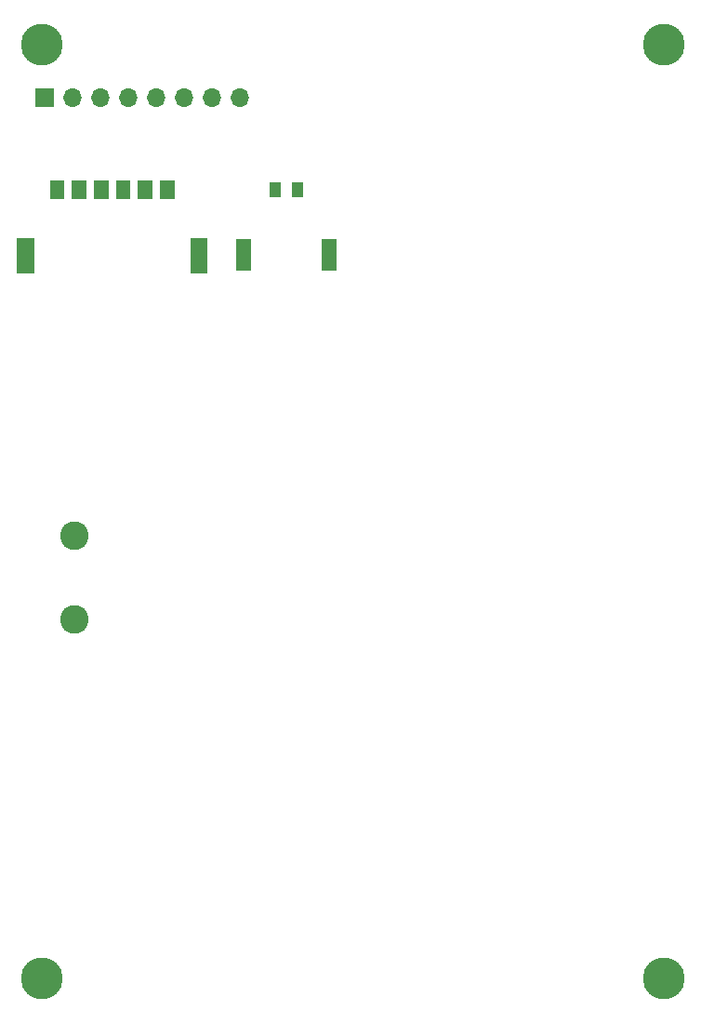
<source format=gbs>
G04 #@! TF.GenerationSoftware,KiCad,Pcbnew,(6.0.5)*
G04 #@! TF.CreationDate,2023-05-08T02:29:22-07:00*
G04 #@! TF.ProjectId,Coil_Panels_Z,436f696c-5f50-4616-9e65-6c735f5a2e6b,rev?*
G04 #@! TF.SameCoordinates,Original*
G04 #@! TF.FileFunction,Soldermask,Bot*
G04 #@! TF.FilePolarity,Negative*
%FSLAX46Y46*%
G04 Gerber Fmt 4.6, Leading zero omitted, Abs format (unit mm)*
G04 Created by KiCad (PCBNEW (6.0.5)) date 2023-05-08 02:29:22*
%MOMM*%
%LPD*%
G01*
G04 APERTURE LIST*
%ADD10C,0.010000*%
%ADD11R,1.700000X1.700000*%
%ADD12O,1.700000X1.700000*%
%ADD13C,2.600000*%
%ADD14C,3.800000*%
%ADD15R,1.100000X1.450000*%
%ADD16R,1.350000X2.899999*%
G04 APERTURE END LIST*
G36*
X110006200Y-64481200D02*
G01*
X108753800Y-64481200D01*
X108753800Y-62878800D01*
X110006200Y-62878800D01*
X110006200Y-64481200D01*
G37*
D10*
X110006200Y-64481200D02*
X108753800Y-64481200D01*
X108753800Y-62878800D01*
X110006200Y-62878800D01*
X110006200Y-64481200D01*
G36*
X108006200Y-64481200D02*
G01*
X106753800Y-64481200D01*
X106753800Y-62878800D01*
X108006200Y-62878800D01*
X108006200Y-64481200D01*
G37*
X108006200Y-64481200D02*
X106753800Y-64481200D01*
X106753800Y-62878800D01*
X108006200Y-62878800D01*
X108006200Y-64481200D01*
G36*
X116006200Y-64481200D02*
G01*
X114753800Y-64481200D01*
X114753800Y-62878800D01*
X116006200Y-62878800D01*
X116006200Y-64481200D01*
G37*
X116006200Y-64481200D02*
X114753800Y-64481200D01*
X114753800Y-62878800D01*
X116006200Y-62878800D01*
X116006200Y-64481200D01*
G36*
X105236200Y-71181200D02*
G01*
X103733800Y-71181200D01*
X103733800Y-68128800D01*
X105236200Y-68128800D01*
X105236200Y-71181200D01*
G37*
X105236200Y-71181200D02*
X103733800Y-71181200D01*
X103733800Y-68128800D01*
X105236200Y-68128800D01*
X105236200Y-71181200D01*
G36*
X114006200Y-64481200D02*
G01*
X112753800Y-64481200D01*
X112753800Y-62878800D01*
X114006200Y-62878800D01*
X114006200Y-64481200D01*
G37*
X114006200Y-64481200D02*
X112753800Y-64481200D01*
X112753800Y-62878800D01*
X114006200Y-62878800D01*
X114006200Y-64481200D01*
G36*
X112006200Y-64481200D02*
G01*
X110753800Y-64481200D01*
X110753800Y-62878800D01*
X112006200Y-62878800D01*
X112006200Y-64481200D01*
G37*
X112006200Y-64481200D02*
X110753800Y-64481200D01*
X110753800Y-62878800D01*
X112006200Y-62878800D01*
X112006200Y-64481200D01*
G36*
X121026200Y-71181200D02*
G01*
X119523800Y-71181200D01*
X119523800Y-68128800D01*
X121026200Y-68128800D01*
X121026200Y-71181200D01*
G37*
X121026200Y-71181200D02*
X119523800Y-71181200D01*
X119523800Y-68128800D01*
X121026200Y-68128800D01*
X121026200Y-71181200D01*
G36*
X118006200Y-64481200D02*
G01*
X116753800Y-64481200D01*
X116753800Y-62878800D01*
X118006200Y-62878800D01*
X118006200Y-64481200D01*
G37*
X118006200Y-64481200D02*
X116753800Y-64481200D01*
X116753800Y-62878800D01*
X118006200Y-62878800D01*
X118006200Y-64481200D01*
D11*
X106254000Y-55285600D03*
D12*
X108794000Y-55285600D03*
X111334000Y-55285600D03*
X113874000Y-55285600D03*
X116414000Y-55285600D03*
X118954000Y-55285600D03*
X121494000Y-55285600D03*
X124034000Y-55285600D03*
D13*
X162662000Y-50513200D03*
D14*
X162662000Y-50513200D03*
X162662000Y-135513200D03*
D13*
X162662000Y-135513200D03*
X108976000Y-95217600D03*
X108976000Y-102837600D03*
X105988000Y-135513200D03*
D14*
X105988000Y-135513200D03*
X105988000Y-50513200D03*
D13*
X105988000Y-50513200D03*
D15*
X129308500Y-63670001D03*
X127308499Y-63670001D03*
D16*
X132203498Y-69645000D03*
X124413503Y-69645000D03*
M02*

</source>
